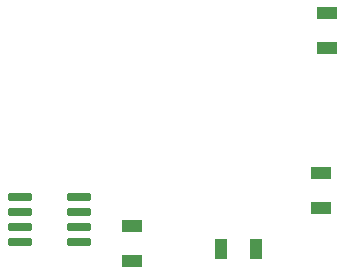
<source format=gtp>
G04*
G04 #@! TF.GenerationSoftware,Altium Limited,Altium Designer,23.4.1 (23)*
G04*
G04 Layer_Color=8421504*
%FSLAX42Y42*%
%MOMM*%
G71*
G04*
G04 #@! TF.SameCoordinates,9F17B6EC-CAF7-4D44-AAD4-BEE513544B2B*
G04*
G04*
G04 #@! TF.FilePolarity,Positive*
G04*
G01*
G75*
%ADD14R,1.77X1.13*%
%ADD15R,1.13X1.77*%
G04:AMPARAMS|DCode=16|XSize=1.97mm|YSize=0.6mm|CornerRadius=0.08mm|HoleSize=0mm|Usage=FLASHONLY|Rotation=0.000|XOffset=0mm|YOffset=0mm|HoleType=Round|Shape=RoundedRectangle|*
%AMROUNDEDRECTD16*
21,1,1.97,0.45,0,0,0.0*
21,1,1.82,0.60,0,0,0.0*
1,1,0.15,0.91,-0.23*
1,1,0.15,-0.91,-0.23*
1,1,0.15,-0.91,0.23*
1,1,0.15,0.91,0.23*
%
%ADD16ROUNDEDRECTD16*%
D14*
X5650Y2853D02*
D03*
Y3147D02*
D03*
X5600Y1500D02*
D03*
Y1794D02*
D03*
X4000Y1347D02*
D03*
Y1053D02*
D03*
D15*
X4753Y1150D02*
D03*
X5047D02*
D03*
D16*
X3547Y1590D02*
D03*
Y1464D02*
D03*
Y1336D02*
D03*
Y1210D02*
D03*
X3053D02*
D03*
Y1336D02*
D03*
Y1464D02*
D03*
Y1590D02*
D03*
M02*

</source>
